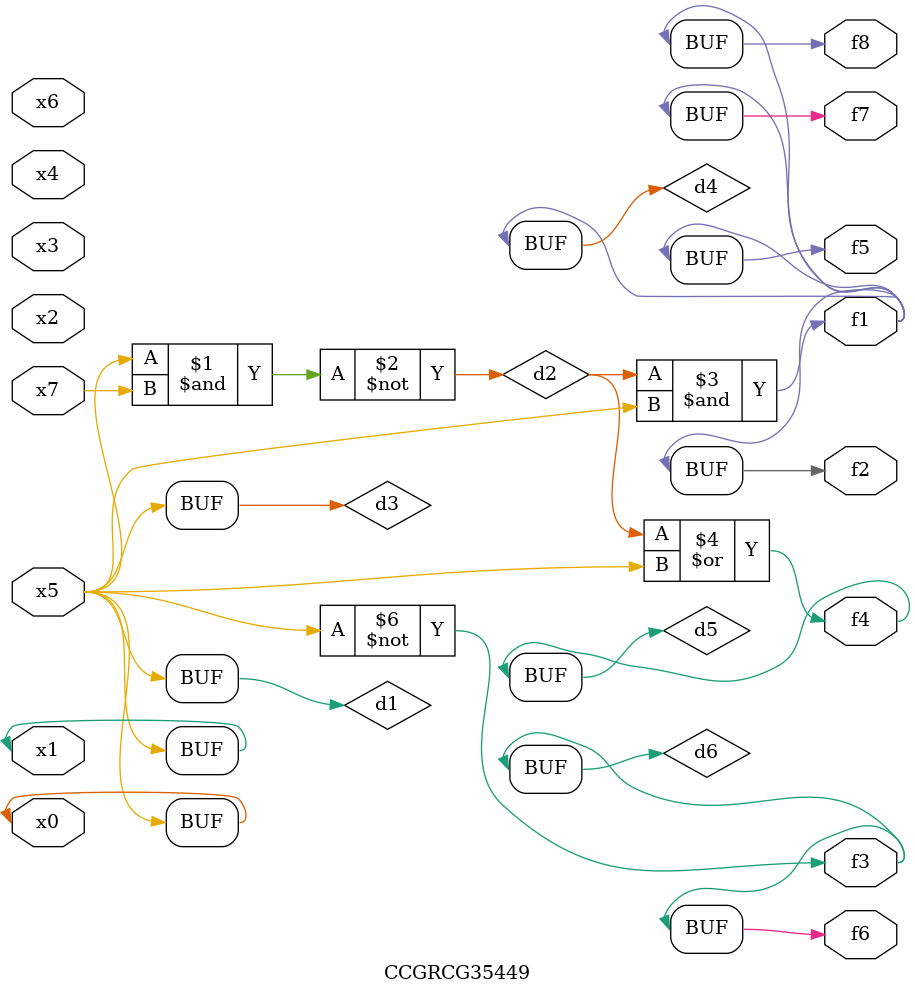
<source format=v>
module CCGRCG35449(
	input x0, x1, x2, x3, x4, x5, x6, x7,
	output f1, f2, f3, f4, f5, f6, f7, f8
);

	wire d1, d2, d3, d4, d5, d6;

	buf (d1, x0, x5);
	nand (d2, x5, x7);
	buf (d3, x0, x1);
	and (d4, d2, d3);
	or (d5, d2, d3);
	nor (d6, d1, d3);
	assign f1 = d4;
	assign f2 = d4;
	assign f3 = d6;
	assign f4 = d5;
	assign f5 = d4;
	assign f6 = d6;
	assign f7 = d4;
	assign f8 = d4;
endmodule

</source>
